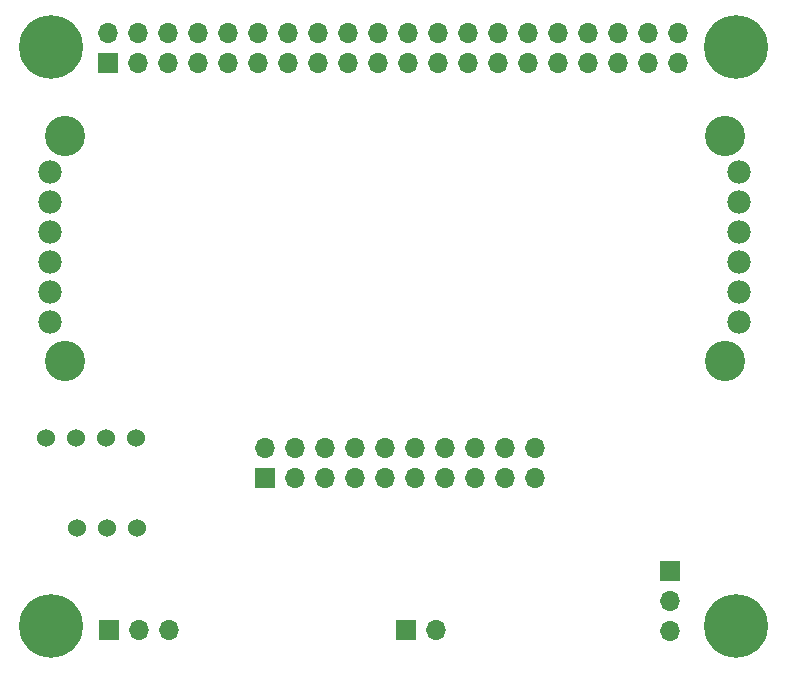
<source format=gbs>
%TF.GenerationSoftware,KiCad,Pcbnew,7.0.10*%
%TF.CreationDate,2024-08-04T17:12:35+10:00*%
%TF.ProjectId,AI4R-PIHAT,41493452-2d50-4494-9841-542e6b696361,rev?*%
%TF.SameCoordinates,Original*%
%TF.FileFunction,Soldermask,Bot*%
%TF.FilePolarity,Negative*%
%FSLAX46Y46*%
G04 Gerber Fmt 4.6, Leading zero omitted, Abs format (unit mm)*
G04 Created by KiCad (PCBNEW 7.0.10) date 2024-08-04 17:12:35*
%MOMM*%
%LPD*%
G01*
G04 APERTURE LIST*
%ADD10C,1.982000*%
%ADD11C,3.404000*%
%ADD12C,1.524000*%
%ADD13O,1.700000X1.700000*%
%ADD14R,1.700000X1.700000*%
%ADD15C,5.400000*%
G04 APERTURE END LIST*
D10*
%TO.C,U1*%
X15490000Y-26023000D03*
X73783000Y-26023000D03*
X15490000Y-28563000D03*
X73783000Y-28563000D03*
D11*
X16760000Y-22975000D03*
X72640000Y-22975000D03*
X16760000Y-42025000D03*
X72640000Y-42025000D03*
D10*
X15490000Y-31103000D03*
X73783000Y-31103000D03*
X15490000Y-33643000D03*
X73783000Y-33643000D03*
X15490000Y-38723000D03*
X73783000Y-38723000D03*
X15490000Y-36183000D03*
X73783000Y-36183000D03*
%TD*%
D12*
%TO.C,U2*%
X17700000Y-56180000D03*
X20240000Y-56180000D03*
X22780000Y-56180000D03*
X22730000Y-48560000D03*
X20190000Y-48560000D03*
X17650000Y-48560000D03*
X15110000Y-48560000D03*
%TD*%
D13*
%TO.C,J9*%
X48140000Y-64800000D03*
D14*
X45600000Y-64800000D03*
%TD*%
%TO.C,J1*%
X20380000Y-16800000D03*
D13*
X20380000Y-14260000D03*
X22920000Y-16800000D03*
X22920000Y-14260000D03*
X25460000Y-16800000D03*
X25460000Y-14260000D03*
X28000000Y-16800000D03*
X28000000Y-14260000D03*
X30540000Y-16800000D03*
X30540000Y-14260000D03*
X33080000Y-16800000D03*
X33080000Y-14260000D03*
X35620000Y-16800000D03*
X35620000Y-14260000D03*
X38160000Y-16800000D03*
X38160000Y-14260000D03*
X40700000Y-16800000D03*
X40700000Y-14260000D03*
X43240000Y-16800000D03*
X43240000Y-14260000D03*
X45780000Y-16800000D03*
X45780000Y-14260000D03*
X48320000Y-16800000D03*
X48320000Y-14260000D03*
X50860000Y-16800000D03*
X50860000Y-14260000D03*
X53400000Y-16800000D03*
X53400000Y-14260000D03*
X55940000Y-16800000D03*
X55940000Y-14260000D03*
X58480000Y-16800000D03*
X58480000Y-14260000D03*
X61020000Y-16800000D03*
X61020000Y-14260000D03*
X63560000Y-16800000D03*
X63560000Y-14260000D03*
X66100000Y-16800000D03*
X66100000Y-14260000D03*
X68640000Y-16800000D03*
X68640000Y-14260000D03*
%TD*%
D14*
%TO.C,J6*%
X33640000Y-52000000D03*
D13*
X33640000Y-49460000D03*
X36180000Y-52000000D03*
X36180000Y-49460000D03*
X38720000Y-52000000D03*
X38720000Y-49460000D03*
X41260000Y-52000000D03*
X41260000Y-49460000D03*
X43800000Y-52000000D03*
X43800000Y-49460000D03*
X46340000Y-52000000D03*
X46340000Y-49460000D03*
X48880000Y-52000000D03*
X48880000Y-49460000D03*
X51420000Y-52000000D03*
X51420000Y-49460000D03*
X53960000Y-52000000D03*
X53960000Y-49460000D03*
X56500000Y-52000000D03*
X56500000Y-49460000D03*
%TD*%
D15*
%TO.C,H3*%
X15500000Y-64500000D03*
%TD*%
%TO.C,H4*%
X73500000Y-64500000D03*
%TD*%
%TO.C,H2*%
X73500000Y-15500000D03*
%TD*%
%TO.C,H1*%
X15500000Y-15500000D03*
%TD*%
D14*
%TO.C,J7*%
X20470000Y-64800000D03*
D13*
X23010000Y-64800000D03*
X25550000Y-64800000D03*
%TD*%
D14*
%TO.C,J8*%
X67900000Y-59875000D03*
D13*
X67900000Y-62415000D03*
X67900000Y-64955000D03*
%TD*%
M02*

</source>
